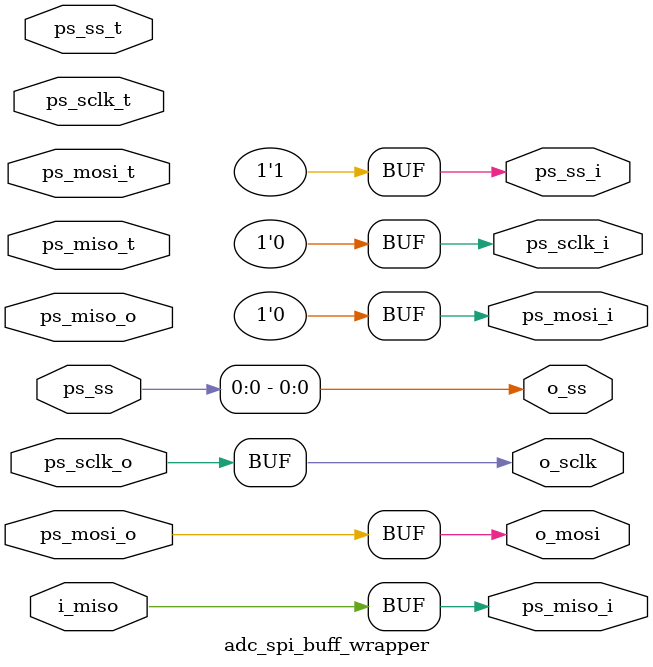
<source format=v>
`timescale 1ns / 1ps


module adc_spi_buff_wrapper(
    output ps_sclk_i,
    input ps_sclk_o,
    input ps_sclk_t,
    output ps_mosi_i,
    input ps_mosi_o,
    input ps_mosi_t,
    output ps_miso_i,
    input ps_miso_o,
    input ps_miso_t,
    output ps_ss_i,
    input [2:0] ps_ss,
    input ps_ss_t,

    output o_ss,
    output o_sclk,
    output o_mosi,
    input i_miso

    );

    assign ps_sclk_i = 1'b0;
    assign ps_mosi_i = 1'b0;
    assign ps_ss_i = 1'b1;
    assign o_mosi = ps_mosi_o;
    assign ps_miso_i = i_miso;

    assign o_sclk = ps_sclk_o;
    assign o_ss = ps_ss[0];

endmodule

</source>
